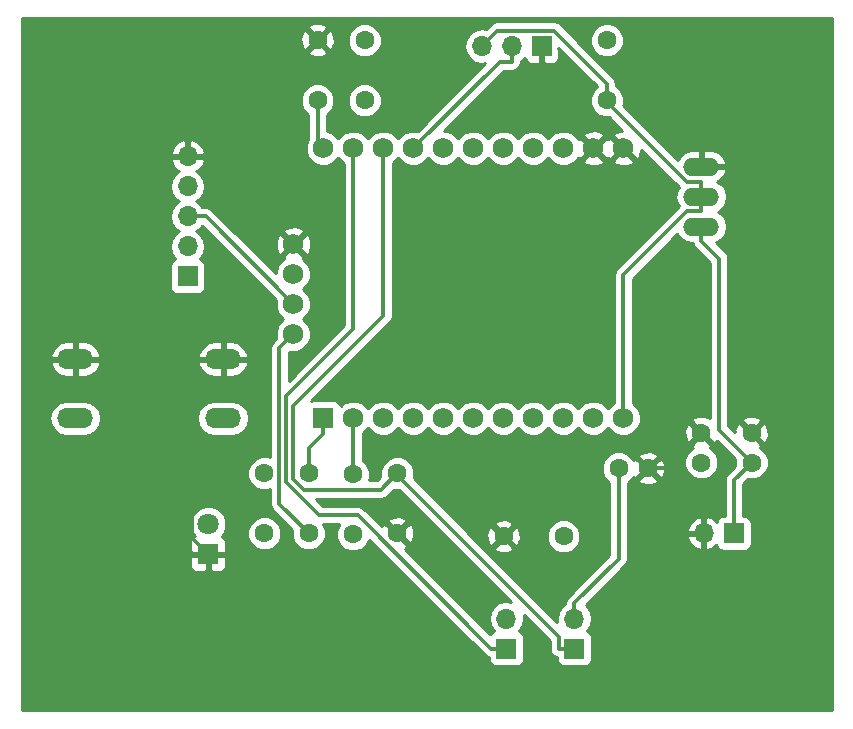
<source format=gbr>
G04 #@! TF.FileFunction,Copper,L2,Bot,Signal*
%FSLAX46Y46*%
G04 Gerber Fmt 4.6, Leading zero omitted, Abs format (unit mm)*
G04 Created by KiCad (PCBNEW 4.0.6) date Saturday, 24. June 2017 00:02:07*
%MOMM*%
%LPD*%
G01*
G04 APERTURE LIST*
%ADD10C,0.100000*%
%ADD11C,1.600000*%
%ADD12R,1.800000X1.800000*%
%ADD13C,1.800000*%
%ADD14R,1.700000X1.700000*%
%ADD15O,1.700000X1.700000*%
%ADD16O,3.048000X1.727200*%
%ADD17O,3.048000X1.524000*%
%ADD18R,1.727200X1.727200*%
%ADD19C,1.727200*%
%ADD20C,0.300000*%
%ADD21C,0.254000*%
G04 APERTURE END LIST*
D10*
D11*
X139745000Y-62575000D03*
X139745000Y-67655000D03*
X172495000Y-98325000D03*
X172495000Y-95825000D03*
X168245000Y-98325000D03*
X168245000Y-95825000D03*
X163745000Y-98825000D03*
X161245000Y-98825000D03*
D12*
X126495000Y-106075000D03*
D13*
X126495000Y-103535000D03*
D14*
X170995000Y-104325000D03*
D15*
X168455000Y-104325000D03*
D14*
X124745000Y-82575000D03*
D15*
X124745000Y-80035000D03*
X124745000Y-77495000D03*
X124745000Y-74955000D03*
X124745000Y-72415000D03*
D14*
X151745000Y-114075000D03*
D15*
X151745000Y-111535000D03*
D14*
X157495000Y-114075000D03*
D15*
X157495000Y-111535000D03*
D14*
X154745000Y-63075000D03*
D15*
X152205000Y-63075000D03*
X149665000Y-63075000D03*
D11*
X131245000Y-104325000D03*
X131245000Y-99245000D03*
X138745000Y-99325000D03*
X138745000Y-104405000D03*
X134995000Y-104325000D03*
X134995000Y-99245000D03*
X135745000Y-62575000D03*
X135745000Y-67655000D03*
X151495000Y-104575000D03*
X156575000Y-104575000D03*
X142495000Y-104325000D03*
X142495000Y-99245000D03*
X160245000Y-62575000D03*
X160245000Y-67655000D03*
D16*
X115245000Y-94575000D03*
X115245000Y-89575000D03*
X127745000Y-94575000D03*
X127745000Y-89575000D03*
D17*
X168245000Y-73285000D03*
X168245000Y-75825000D03*
X168245000Y-78365000D03*
D18*
X136245000Y-94575000D03*
D19*
X138785000Y-94575000D03*
X141325000Y-94575000D03*
X143865000Y-94575000D03*
X146405000Y-94575000D03*
X148945000Y-94575000D03*
X151485000Y-94575000D03*
X154025000Y-94575000D03*
X156565000Y-94575000D03*
X159105000Y-94575000D03*
X161645000Y-94575000D03*
X161645000Y-71715000D03*
X159105000Y-71715000D03*
X156565000Y-71715000D03*
X154025000Y-71715000D03*
X151485000Y-71715000D03*
X148945000Y-71715000D03*
X146405000Y-71715000D03*
X143865000Y-71715000D03*
X141325000Y-71715000D03*
X138785000Y-71715000D03*
X136245000Y-71715000D03*
X133705000Y-79843000D03*
X133705000Y-82383000D03*
X133705000Y-84923000D03*
X133705000Y-87463000D03*
D20*
X168245000Y-75825000D02*
X168245000Y-74612700D01*
X160245000Y-67825000D02*
X160245000Y-67655000D01*
X167032700Y-74612700D02*
X160245000Y-67825000D01*
X168245000Y-74612700D02*
X167032700Y-74612700D01*
X150982700Y-61757300D02*
X149665000Y-63075000D01*
X155765000Y-61757300D02*
X150982700Y-61757300D01*
X160245000Y-66237300D02*
X155765000Y-61757300D01*
X160245000Y-67655000D02*
X160245000Y-66237300D01*
X132504400Y-101834400D02*
X134995000Y-104325000D01*
X132504400Y-88663600D02*
X132504400Y-101834400D01*
X133705000Y-87463000D02*
X132504400Y-88663600D01*
X161245000Y-106484700D02*
X157495000Y-110234700D01*
X161245000Y-98825000D02*
X161245000Y-106484700D01*
X157495000Y-111535000D02*
X157495000Y-110234700D01*
X167032700Y-77037300D02*
X168245000Y-77037300D01*
X161645000Y-82425000D02*
X167032700Y-77037300D01*
X161645000Y-94575000D02*
X161645000Y-82425000D01*
X168245000Y-75825000D02*
X168245000Y-77037300D01*
X169755400Y-95585400D02*
X172495000Y-98325000D01*
X169755400Y-81087700D02*
X169755400Y-95585400D01*
X168245000Y-79577300D02*
X169755400Y-81087700D01*
X168245000Y-78365000D02*
X168245000Y-79577300D01*
X170995000Y-99825000D02*
X172495000Y-98325000D01*
X170995000Y-104325000D02*
X170995000Y-99825000D01*
X168455000Y-104325000D02*
X168455000Y-103024700D01*
X165745000Y-98825000D02*
X163745000Y-98825000D01*
X165745000Y-98325000D02*
X165745000Y-98825000D01*
X168245000Y-95825000D02*
X165745000Y-98325000D01*
X165745000Y-100314700D02*
X168455000Y-103024700D01*
X165745000Y-98825000D02*
X165745000Y-100314700D01*
X127745000Y-89575000D02*
X125770700Y-89575000D01*
X117881100Y-90236800D02*
X117219300Y-89575000D01*
X125108900Y-90236800D02*
X117881100Y-90236800D01*
X125108900Y-104688900D02*
X125108900Y-90236800D01*
X126495000Y-106075000D02*
X125108900Y-104688900D01*
X125108900Y-90236800D02*
X125770700Y-89575000D01*
X115245000Y-89575000D02*
X117219300Y-89575000D01*
X126277000Y-72043000D02*
X126277000Y-72415000D01*
X135745000Y-62575000D02*
X126277000Y-72043000D01*
X133705000Y-79843000D02*
X126277000Y-72415000D01*
X126277000Y-72415000D02*
X124745000Y-72415000D01*
X126277000Y-77495000D02*
X124745000Y-77495000D01*
X133705000Y-84923000D02*
X126277000Y-77495000D01*
X139148500Y-102778800D02*
X150444700Y-114075000D01*
X135888000Y-102778800D02*
X139148500Y-102778800D01*
X133104700Y-99995500D02*
X135888000Y-102778800D01*
X133104700Y-92700600D02*
X133104700Y-99995500D01*
X138785000Y-87020300D02*
X133104700Y-92700600D01*
X138785000Y-71715000D02*
X138785000Y-87020300D01*
X151745000Y-114075000D02*
X150444700Y-114075000D01*
X141123400Y-100616600D02*
X142416900Y-99323100D01*
X134574700Y-100616600D02*
X141123400Y-100616600D01*
X133705000Y-99746900D02*
X134574700Y-100616600D01*
X133705000Y-93505800D02*
X133705000Y-99746900D01*
X141325000Y-85885800D02*
X133705000Y-93505800D01*
X141325000Y-71715000D02*
X141325000Y-85885800D01*
X142416900Y-99323100D02*
X142495000Y-99245000D01*
X156194700Y-113100900D02*
X156194700Y-114075000D01*
X142416900Y-99323100D02*
X156194700Y-113100900D01*
X157495000Y-114075000D02*
X156194700Y-114075000D01*
X151204700Y-64375300D02*
X152205000Y-64375300D01*
X143865000Y-71715000D02*
X151204700Y-64375300D01*
X152205000Y-63075000D02*
X152205000Y-64375300D01*
X138785000Y-99285000D02*
X138745000Y-99325000D01*
X138785000Y-94575000D02*
X138785000Y-99285000D01*
X134995000Y-97138900D02*
X134995000Y-99245000D01*
X136245000Y-95888900D02*
X134995000Y-97138900D01*
X136245000Y-94575000D02*
X136245000Y-95888900D01*
X135745000Y-71215000D02*
X135745000Y-67655000D01*
X136245000Y-71715000D02*
X135745000Y-71215000D01*
D21*
G36*
X179290000Y-119290000D02*
X110710000Y-119290000D01*
X110710000Y-106360750D01*
X124960000Y-106360750D01*
X124960000Y-107101309D01*
X125056673Y-107334698D01*
X125235301Y-107513327D01*
X125468690Y-107610000D01*
X126209250Y-107610000D01*
X126368000Y-107451250D01*
X126368000Y-106202000D01*
X126622000Y-106202000D01*
X126622000Y-107451250D01*
X126780750Y-107610000D01*
X127521310Y-107610000D01*
X127754699Y-107513327D01*
X127933327Y-107334698D01*
X128030000Y-107101309D01*
X128030000Y-106360750D01*
X127871250Y-106202000D01*
X126622000Y-106202000D01*
X126368000Y-106202000D01*
X125118750Y-106202000D01*
X124960000Y-106360750D01*
X110710000Y-106360750D01*
X110710000Y-103838991D01*
X124959735Y-103838991D01*
X125192932Y-104403371D01*
X125370092Y-104580841D01*
X125235301Y-104636673D01*
X125056673Y-104815302D01*
X124960000Y-105048691D01*
X124960000Y-105789250D01*
X125118750Y-105948000D01*
X126368000Y-105948000D01*
X126368000Y-105928000D01*
X126622000Y-105928000D01*
X126622000Y-105948000D01*
X127871250Y-105948000D01*
X128030000Y-105789250D01*
X128030000Y-105048691D01*
X127933327Y-104815302D01*
X127754699Y-104636673D01*
X127688343Y-104609187D01*
X129809752Y-104609187D01*
X130027757Y-105136800D01*
X130431077Y-105540824D01*
X130958309Y-105759750D01*
X131529187Y-105760248D01*
X132056800Y-105542243D01*
X132460824Y-105138923D01*
X132679750Y-104611691D01*
X132680248Y-104040813D01*
X132462243Y-103513200D01*
X132058923Y-103109176D01*
X131531691Y-102890250D01*
X130960813Y-102889752D01*
X130433200Y-103107757D01*
X130029176Y-103511077D01*
X129810250Y-104038309D01*
X129809752Y-104609187D01*
X127688343Y-104609187D01*
X127620006Y-104580881D01*
X127795551Y-104405643D01*
X128029733Y-103841670D01*
X128030265Y-103231009D01*
X127797068Y-102666629D01*
X127365643Y-102234449D01*
X126801670Y-102000267D01*
X126191009Y-101999735D01*
X125626629Y-102232932D01*
X125194449Y-102664357D01*
X124960267Y-103228330D01*
X124959735Y-103838991D01*
X110710000Y-103838991D01*
X110710000Y-94575000D01*
X113043703Y-94575000D01*
X113157777Y-95148489D01*
X113482633Y-95634670D01*
X113968814Y-95959526D01*
X114542303Y-96073600D01*
X115947697Y-96073600D01*
X116521186Y-95959526D01*
X117007367Y-95634670D01*
X117332223Y-95148489D01*
X117446297Y-94575000D01*
X125543703Y-94575000D01*
X125657777Y-95148489D01*
X125982633Y-95634670D01*
X126468814Y-95959526D01*
X127042303Y-96073600D01*
X128447697Y-96073600D01*
X129021186Y-95959526D01*
X129507367Y-95634670D01*
X129832223Y-95148489D01*
X129946297Y-94575000D01*
X129832223Y-94001511D01*
X129507367Y-93515330D01*
X129021186Y-93190474D01*
X128447697Y-93076400D01*
X127042303Y-93076400D01*
X126468814Y-93190474D01*
X125982633Y-93515330D01*
X125657777Y-94001511D01*
X125543703Y-94575000D01*
X117446297Y-94575000D01*
X117332223Y-94001511D01*
X117007367Y-93515330D01*
X116521186Y-93190474D01*
X115947697Y-93076400D01*
X114542303Y-93076400D01*
X113968814Y-93190474D01*
X113482633Y-93515330D01*
X113157777Y-94001511D01*
X113043703Y-94575000D01*
X110710000Y-94575000D01*
X110710000Y-89934026D01*
X113129642Y-89934026D01*
X113151473Y-90031157D01*
X113435127Y-90544868D01*
X113893778Y-90910925D01*
X114457600Y-91073600D01*
X115118000Y-91073600D01*
X115118000Y-89702000D01*
X115372000Y-89702000D01*
X115372000Y-91073600D01*
X116032400Y-91073600D01*
X116596222Y-90910925D01*
X117054873Y-90544868D01*
X117338527Y-90031157D01*
X117360358Y-89934026D01*
X125629642Y-89934026D01*
X125651473Y-90031157D01*
X125935127Y-90544868D01*
X126393778Y-90910925D01*
X126957600Y-91073600D01*
X127618000Y-91073600D01*
X127618000Y-89702000D01*
X127872000Y-89702000D01*
X127872000Y-91073600D01*
X128532400Y-91073600D01*
X129096222Y-90910925D01*
X129554873Y-90544868D01*
X129838527Y-90031157D01*
X129860358Y-89934026D01*
X129739217Y-89702000D01*
X127872000Y-89702000D01*
X127618000Y-89702000D01*
X125750783Y-89702000D01*
X125629642Y-89934026D01*
X117360358Y-89934026D01*
X117239217Y-89702000D01*
X115372000Y-89702000D01*
X115118000Y-89702000D01*
X113250783Y-89702000D01*
X113129642Y-89934026D01*
X110710000Y-89934026D01*
X110710000Y-89215974D01*
X113129642Y-89215974D01*
X113250783Y-89448000D01*
X115118000Y-89448000D01*
X115118000Y-88076400D01*
X115372000Y-88076400D01*
X115372000Y-89448000D01*
X117239217Y-89448000D01*
X117360358Y-89215974D01*
X125629642Y-89215974D01*
X125750783Y-89448000D01*
X127618000Y-89448000D01*
X127618000Y-88076400D01*
X127872000Y-88076400D01*
X127872000Y-89448000D01*
X129739217Y-89448000D01*
X129860358Y-89215974D01*
X129838527Y-89118843D01*
X129554873Y-88605132D01*
X129096222Y-88239075D01*
X128532400Y-88076400D01*
X127872000Y-88076400D01*
X127618000Y-88076400D01*
X126957600Y-88076400D01*
X126393778Y-88239075D01*
X125935127Y-88605132D01*
X125651473Y-89118843D01*
X125629642Y-89215974D01*
X117360358Y-89215974D01*
X117338527Y-89118843D01*
X117054873Y-88605132D01*
X116596222Y-88239075D01*
X116032400Y-88076400D01*
X115372000Y-88076400D01*
X115118000Y-88076400D01*
X114457600Y-88076400D01*
X113893778Y-88239075D01*
X113435127Y-88605132D01*
X113151473Y-89118843D01*
X113129642Y-89215974D01*
X110710000Y-89215974D01*
X110710000Y-74955000D01*
X123230907Y-74955000D01*
X123343946Y-75523285D01*
X123665853Y-76005054D01*
X123995026Y-76225000D01*
X123665853Y-76444946D01*
X123343946Y-76926715D01*
X123230907Y-77495000D01*
X123343946Y-78063285D01*
X123665853Y-78545054D01*
X123995026Y-78765000D01*
X123665853Y-78984946D01*
X123343946Y-79466715D01*
X123230907Y-80035000D01*
X123343946Y-80603285D01*
X123665853Y-81085054D01*
X123707452Y-81112850D01*
X123659683Y-81121838D01*
X123443559Y-81260910D01*
X123298569Y-81473110D01*
X123247560Y-81725000D01*
X123247560Y-83425000D01*
X123291838Y-83660317D01*
X123430910Y-83876441D01*
X123643110Y-84021431D01*
X123895000Y-84072440D01*
X125595000Y-84072440D01*
X125830317Y-84028162D01*
X126046441Y-83889090D01*
X126191431Y-83676890D01*
X126242440Y-83425000D01*
X126242440Y-81725000D01*
X126198162Y-81489683D01*
X126059090Y-81273559D01*
X125846890Y-81128569D01*
X125779459Y-81114914D01*
X125824147Y-81085054D01*
X126146054Y-80603285D01*
X126259093Y-80035000D01*
X126146054Y-79466715D01*
X125824147Y-78984946D01*
X125494974Y-78765000D01*
X125824147Y-78545054D01*
X125981460Y-78309618D01*
X132232710Y-84560868D01*
X132206661Y-84623602D01*
X132206141Y-85219782D01*
X132433808Y-85770780D01*
X132855003Y-86192710D01*
X132855931Y-86193095D01*
X132435290Y-86613003D01*
X132206661Y-87163602D01*
X132206141Y-87759782D01*
X132233016Y-87824826D01*
X131949321Y-88108521D01*
X131779155Y-88363193D01*
X131779155Y-88363194D01*
X131719400Y-88663600D01*
X131719400Y-97888194D01*
X131531691Y-97810250D01*
X130960813Y-97809752D01*
X130433200Y-98027757D01*
X130029176Y-98431077D01*
X129810250Y-98958309D01*
X129809752Y-99529187D01*
X130027757Y-100056800D01*
X130431077Y-100460824D01*
X130958309Y-100679750D01*
X131529187Y-100680248D01*
X131719400Y-100601654D01*
X131719400Y-101834400D01*
X131779155Y-102134807D01*
X131949321Y-102389479D01*
X133571370Y-104011528D01*
X133560250Y-104038309D01*
X133559752Y-104609187D01*
X133777757Y-105136800D01*
X134181077Y-105540824D01*
X134708309Y-105759750D01*
X135279187Y-105760248D01*
X135806800Y-105542243D01*
X136210824Y-105138923D01*
X136429750Y-104611691D01*
X136430248Y-104040813D01*
X136233150Y-103563800D01*
X137556501Y-103563800D01*
X137529176Y-103591077D01*
X137310250Y-104118309D01*
X137309752Y-104689187D01*
X137527757Y-105216800D01*
X137931077Y-105620824D01*
X138458309Y-105839750D01*
X139029187Y-105840248D01*
X139556800Y-105622243D01*
X139960824Y-105218923D01*
X140112702Y-104853160D01*
X149889621Y-114630079D01*
X150144293Y-114800245D01*
X150247560Y-114820786D01*
X150247560Y-114925000D01*
X150291838Y-115160317D01*
X150430910Y-115376441D01*
X150643110Y-115521431D01*
X150895000Y-115572440D01*
X152595000Y-115572440D01*
X152830317Y-115528162D01*
X153046441Y-115389090D01*
X153191431Y-115176890D01*
X153242440Y-114925000D01*
X153242440Y-113225000D01*
X153198162Y-112989683D01*
X153059090Y-112773559D01*
X152846890Y-112628569D01*
X152779459Y-112614914D01*
X152824147Y-112585054D01*
X153146054Y-112103285D01*
X153259093Y-111535000D01*
X153194646Y-111211004D01*
X155409700Y-113426058D01*
X155409700Y-114075000D01*
X155469455Y-114375406D01*
X155639621Y-114630079D01*
X155894294Y-114800245D01*
X155997560Y-114820786D01*
X155997560Y-114925000D01*
X156041838Y-115160317D01*
X156180910Y-115376441D01*
X156393110Y-115521431D01*
X156645000Y-115572440D01*
X158345000Y-115572440D01*
X158580317Y-115528162D01*
X158796441Y-115389090D01*
X158941431Y-115176890D01*
X158992440Y-114925000D01*
X158992440Y-113225000D01*
X158948162Y-112989683D01*
X158809090Y-112773559D01*
X158596890Y-112628569D01*
X158529459Y-112614914D01*
X158574147Y-112585054D01*
X158896054Y-112103285D01*
X159009093Y-111535000D01*
X158896054Y-110966715D01*
X158574147Y-110484946D01*
X158442725Y-110397133D01*
X161800079Y-107039779D01*
X161970245Y-106785106D01*
X162030000Y-106484700D01*
X162030000Y-104681892D01*
X167013514Y-104681892D01*
X167259817Y-105206358D01*
X167688076Y-105596645D01*
X168098110Y-105766476D01*
X168328000Y-105645155D01*
X168328000Y-104452000D01*
X167134181Y-104452000D01*
X167013514Y-104681892D01*
X162030000Y-104681892D01*
X162030000Y-103968108D01*
X167013514Y-103968108D01*
X167134181Y-104198000D01*
X168328000Y-104198000D01*
X168328000Y-103004845D01*
X168098110Y-102883524D01*
X167688076Y-103053355D01*
X167259817Y-103443642D01*
X167013514Y-103968108D01*
X162030000Y-103968108D01*
X162030000Y-100053317D01*
X162056800Y-100042243D01*
X162266663Y-99832745D01*
X162916861Y-99832745D01*
X162990995Y-100078864D01*
X163528223Y-100271965D01*
X164098454Y-100244778D01*
X164499005Y-100078864D01*
X164573139Y-99832745D01*
X163745000Y-99004605D01*
X162916861Y-99832745D01*
X162266663Y-99832745D01*
X162460824Y-99638923D01*
X162488423Y-99572456D01*
X162491136Y-99579005D01*
X162737255Y-99653139D01*
X163565395Y-98825000D01*
X163924605Y-98825000D01*
X164752745Y-99653139D01*
X164998864Y-99579005D01*
X165191965Y-99041777D01*
X165171341Y-98609187D01*
X166809752Y-98609187D01*
X167027757Y-99136800D01*
X167431077Y-99540824D01*
X167958309Y-99759750D01*
X168529187Y-99760248D01*
X169056800Y-99542243D01*
X169460824Y-99138923D01*
X169679750Y-98611691D01*
X169680248Y-98040813D01*
X169462243Y-97513200D01*
X169058923Y-97109176D01*
X168992456Y-97081577D01*
X168999005Y-97078864D01*
X169073139Y-96832745D01*
X168245000Y-96004605D01*
X167416861Y-96832745D01*
X167490995Y-97078864D01*
X167497483Y-97081196D01*
X167433200Y-97107757D01*
X167029176Y-97511077D01*
X166810250Y-98038309D01*
X166809752Y-98609187D01*
X165171341Y-98609187D01*
X165164778Y-98471546D01*
X164998864Y-98070995D01*
X164752745Y-97996861D01*
X163924605Y-98825000D01*
X163565395Y-98825000D01*
X162737255Y-97996861D01*
X162491136Y-98070995D01*
X162488804Y-98077483D01*
X162462243Y-98013200D01*
X162266640Y-97817255D01*
X162916861Y-97817255D01*
X163745000Y-98645395D01*
X164573139Y-97817255D01*
X164499005Y-97571136D01*
X163961777Y-97378035D01*
X163391546Y-97405222D01*
X162990995Y-97571136D01*
X162916861Y-97817255D01*
X162266640Y-97817255D01*
X162058923Y-97609176D01*
X161531691Y-97390250D01*
X160960813Y-97389752D01*
X160433200Y-97607757D01*
X160029176Y-98011077D01*
X159810250Y-98538309D01*
X159809752Y-99109187D01*
X160027757Y-99636800D01*
X160431077Y-100040824D01*
X160460000Y-100052834D01*
X160460000Y-106159542D01*
X156939921Y-109679621D01*
X156769755Y-109934293D01*
X156769755Y-109934294D01*
X156710000Y-110234700D01*
X156710000Y-110288404D01*
X156415853Y-110484946D01*
X156093946Y-110966715D01*
X155980907Y-111535000D01*
X156040984Y-111837026D01*
X149786703Y-105582745D01*
X150666861Y-105582745D01*
X150740995Y-105828864D01*
X151278223Y-106021965D01*
X151848454Y-105994778D01*
X152249005Y-105828864D01*
X152323139Y-105582745D01*
X151495000Y-104754605D01*
X150666861Y-105582745D01*
X149786703Y-105582745D01*
X148562181Y-104358223D01*
X150048035Y-104358223D01*
X150075222Y-104928454D01*
X150241136Y-105329005D01*
X150487255Y-105403139D01*
X151315395Y-104575000D01*
X151674605Y-104575000D01*
X152502745Y-105403139D01*
X152748864Y-105329005D01*
X152917735Y-104859187D01*
X155139752Y-104859187D01*
X155357757Y-105386800D01*
X155761077Y-105790824D01*
X156288309Y-106009750D01*
X156859187Y-106010248D01*
X157386800Y-105792243D01*
X157790824Y-105388923D01*
X158009750Y-104861691D01*
X158010248Y-104290813D01*
X157792243Y-103763200D01*
X157388923Y-103359176D01*
X156861691Y-103140250D01*
X156290813Y-103139752D01*
X155763200Y-103357757D01*
X155359176Y-103761077D01*
X155140250Y-104288309D01*
X155139752Y-104859187D01*
X152917735Y-104859187D01*
X152941965Y-104791777D01*
X152914778Y-104221546D01*
X152748864Y-103820995D01*
X152502745Y-103746861D01*
X151674605Y-104575000D01*
X151315395Y-104575000D01*
X150487255Y-103746861D01*
X150241136Y-103820995D01*
X150048035Y-104358223D01*
X148562181Y-104358223D01*
X147771213Y-103567255D01*
X150666861Y-103567255D01*
X151495000Y-104395395D01*
X152323139Y-103567255D01*
X152249005Y-103321136D01*
X151711777Y-103128035D01*
X151141546Y-103155222D01*
X150740995Y-103321136D01*
X150666861Y-103567255D01*
X147771213Y-103567255D01*
X143872800Y-99668842D01*
X143929750Y-99531691D01*
X143930248Y-98960813D01*
X143712243Y-98433200D01*
X143308923Y-98029176D01*
X142781691Y-97810250D01*
X142210813Y-97809752D01*
X141683200Y-98027757D01*
X141279176Y-98431077D01*
X141060250Y-98958309D01*
X141059752Y-99529187D01*
X141071711Y-99558131D01*
X140798242Y-99831600D01*
X140088436Y-99831600D01*
X140179750Y-99611691D01*
X140180248Y-99040813D01*
X139962243Y-98513200D01*
X139570000Y-98120272D01*
X139570000Y-95872132D01*
X139632780Y-95846192D01*
X140054710Y-95424997D01*
X140055095Y-95424069D01*
X140475003Y-95844710D01*
X141025602Y-96073339D01*
X141621782Y-96073859D01*
X142172780Y-95846192D01*
X142594710Y-95424997D01*
X142595095Y-95424069D01*
X143015003Y-95844710D01*
X143565602Y-96073339D01*
X144161782Y-96073859D01*
X144712780Y-95846192D01*
X145134710Y-95424997D01*
X145135095Y-95424069D01*
X145555003Y-95844710D01*
X146105602Y-96073339D01*
X146701782Y-96073859D01*
X147252780Y-95846192D01*
X147674710Y-95424997D01*
X147675095Y-95424069D01*
X148095003Y-95844710D01*
X148645602Y-96073339D01*
X149241782Y-96073859D01*
X149792780Y-95846192D01*
X150214710Y-95424997D01*
X150215095Y-95424069D01*
X150635003Y-95844710D01*
X151185602Y-96073339D01*
X151781782Y-96073859D01*
X152332780Y-95846192D01*
X152754710Y-95424997D01*
X152755095Y-95424069D01*
X153175003Y-95844710D01*
X153725602Y-96073339D01*
X154321782Y-96073859D01*
X154872780Y-95846192D01*
X155294710Y-95424997D01*
X155295095Y-95424069D01*
X155715003Y-95844710D01*
X156265602Y-96073339D01*
X156861782Y-96073859D01*
X157412780Y-95846192D01*
X157834710Y-95424997D01*
X157835095Y-95424069D01*
X158255003Y-95844710D01*
X158805602Y-96073339D01*
X159401782Y-96073859D01*
X159952780Y-95846192D01*
X160374710Y-95424997D01*
X160375095Y-95424069D01*
X160795003Y-95844710D01*
X161345602Y-96073339D01*
X161941782Y-96073859D01*
X162492780Y-95846192D01*
X162731164Y-95608223D01*
X166798035Y-95608223D01*
X166825222Y-96178454D01*
X166991136Y-96579005D01*
X167237255Y-96653139D01*
X168065395Y-95825000D01*
X167237255Y-94996861D01*
X166991136Y-95070995D01*
X166798035Y-95608223D01*
X162731164Y-95608223D01*
X162914710Y-95424997D01*
X163143339Y-94874398D01*
X163143859Y-94278218D01*
X162916192Y-93727220D01*
X162494997Y-93305290D01*
X162430000Y-93278301D01*
X162430000Y-82750158D01*
X166202316Y-78977842D01*
X166452875Y-79352828D01*
X166906094Y-79655660D01*
X167440703Y-79762000D01*
X167496739Y-79762000D01*
X167519755Y-79877707D01*
X167689921Y-80132379D01*
X168970400Y-81412858D01*
X168970400Y-94560854D01*
X168461777Y-94378035D01*
X167891546Y-94405222D01*
X167490995Y-94571136D01*
X167416861Y-94817255D01*
X168245000Y-95645395D01*
X168259142Y-95631252D01*
X168438748Y-95810858D01*
X168424605Y-95825000D01*
X169252745Y-96653139D01*
X169498864Y-96579005D01*
X169535876Y-96476034D01*
X171071371Y-98011528D01*
X171060250Y-98038309D01*
X171059752Y-98609187D01*
X171071711Y-98638131D01*
X170439921Y-99269921D01*
X170269755Y-99524593D01*
X170235840Y-99695093D01*
X170210000Y-99825000D01*
X170210000Y-102827560D01*
X170145000Y-102827560D01*
X169909683Y-102871838D01*
X169693559Y-103010910D01*
X169548569Y-103223110D01*
X169526699Y-103331107D01*
X169221924Y-103053355D01*
X168811890Y-102883524D01*
X168582000Y-103004845D01*
X168582000Y-104198000D01*
X168602000Y-104198000D01*
X168602000Y-104452000D01*
X168582000Y-104452000D01*
X168582000Y-105645155D01*
X168811890Y-105766476D01*
X169221924Y-105596645D01*
X169524937Y-105320499D01*
X169541838Y-105410317D01*
X169680910Y-105626441D01*
X169893110Y-105771431D01*
X170145000Y-105822440D01*
X171845000Y-105822440D01*
X172080317Y-105778162D01*
X172296441Y-105639090D01*
X172441431Y-105426890D01*
X172492440Y-105175000D01*
X172492440Y-103475000D01*
X172448162Y-103239683D01*
X172309090Y-103023559D01*
X172096890Y-102878569D01*
X171845000Y-102827560D01*
X171780000Y-102827560D01*
X171780000Y-100150158D01*
X172181528Y-99748630D01*
X172208309Y-99759750D01*
X172779187Y-99760248D01*
X173306800Y-99542243D01*
X173710824Y-99138923D01*
X173929750Y-98611691D01*
X173930248Y-98040813D01*
X173712243Y-97513200D01*
X173308923Y-97109176D01*
X173242456Y-97081577D01*
X173249005Y-97078864D01*
X173323139Y-96832745D01*
X172495000Y-96004605D01*
X172480858Y-96018748D01*
X172301252Y-95839142D01*
X172315395Y-95825000D01*
X172674605Y-95825000D01*
X173502745Y-96653139D01*
X173748864Y-96579005D01*
X173941965Y-96041777D01*
X173914778Y-95471546D01*
X173748864Y-95070995D01*
X173502745Y-94996861D01*
X172674605Y-95825000D01*
X172315395Y-95825000D01*
X171487255Y-94996861D01*
X171241136Y-95070995D01*
X171048035Y-95608223D01*
X171056028Y-95775870D01*
X170540400Y-95260242D01*
X170540400Y-94817255D01*
X171666861Y-94817255D01*
X172495000Y-95645395D01*
X173323139Y-94817255D01*
X173249005Y-94571136D01*
X172711777Y-94378035D01*
X172141546Y-94405222D01*
X171740995Y-94571136D01*
X171666861Y-94817255D01*
X170540400Y-94817255D01*
X170540400Y-81087700D01*
X170480645Y-80787294D01*
X170480645Y-80787293D01*
X170310479Y-80532621D01*
X169458469Y-79680611D01*
X169583906Y-79655660D01*
X170037125Y-79352828D01*
X170339957Y-78899609D01*
X170446297Y-78365000D01*
X170339957Y-77830391D01*
X170037125Y-77377172D01*
X169614826Y-77095000D01*
X170037125Y-76812828D01*
X170339957Y-76359609D01*
X170446297Y-75825000D01*
X170339957Y-75290391D01*
X170037125Y-74837172D01*
X169599338Y-74544651D01*
X169658941Y-74527059D01*
X170084630Y-74183026D01*
X170346260Y-73702277D01*
X170361220Y-73628070D01*
X170238720Y-73412000D01*
X168372000Y-73412000D01*
X168372000Y-73432000D01*
X168118000Y-73432000D01*
X168118000Y-73412000D01*
X168098000Y-73412000D01*
X168098000Y-73158000D01*
X168118000Y-73158000D01*
X168118000Y-71888000D01*
X168372000Y-71888000D01*
X168372000Y-73158000D01*
X170238720Y-73158000D01*
X170361220Y-72941930D01*
X170346260Y-72867723D01*
X170084630Y-72386974D01*
X169658941Y-72042941D01*
X169134000Y-71888000D01*
X168372000Y-71888000D01*
X168118000Y-71888000D01*
X167356000Y-71888000D01*
X166831059Y-72042941D01*
X166405370Y-72386974D01*
X166233305Y-72703147D01*
X161618751Y-68088593D01*
X161679750Y-67941691D01*
X161680248Y-67370813D01*
X161462243Y-66843200D01*
X161058923Y-66439176D01*
X161030000Y-66427166D01*
X161030000Y-66237300D01*
X160970245Y-65936894D01*
X160800079Y-65682221D01*
X157977045Y-62859187D01*
X158809752Y-62859187D01*
X159027757Y-63386800D01*
X159431077Y-63790824D01*
X159958309Y-64009750D01*
X160529187Y-64010248D01*
X161056800Y-63792243D01*
X161460824Y-63388923D01*
X161679750Y-62861691D01*
X161680248Y-62290813D01*
X161462243Y-61763200D01*
X161058923Y-61359176D01*
X160531691Y-61140250D01*
X159960813Y-61139752D01*
X159433200Y-61357757D01*
X159029176Y-61761077D01*
X158810250Y-62288309D01*
X158809752Y-62859187D01*
X157977045Y-62859187D01*
X156320079Y-61202221D01*
X156065407Y-61032055D01*
X155765000Y-60972300D01*
X150982700Y-60972300D01*
X150682293Y-61032055D01*
X150427621Y-61202221D01*
X150001918Y-61627924D01*
X149665000Y-61560907D01*
X149096715Y-61673946D01*
X148614946Y-61995853D01*
X148293039Y-62477622D01*
X148180000Y-63045907D01*
X148180000Y-63104093D01*
X148293039Y-63672378D01*
X148614946Y-64154147D01*
X149096715Y-64476054D01*
X149665000Y-64589093D01*
X149934320Y-64535522D01*
X144227132Y-70242710D01*
X144164398Y-70216661D01*
X143568218Y-70216141D01*
X143017220Y-70443808D01*
X142595290Y-70865003D01*
X142594905Y-70865931D01*
X142174997Y-70445290D01*
X141624398Y-70216661D01*
X141028218Y-70216141D01*
X140477220Y-70443808D01*
X140055290Y-70865003D01*
X140054905Y-70865931D01*
X139634997Y-70445290D01*
X139084398Y-70216661D01*
X138488218Y-70216141D01*
X137937220Y-70443808D01*
X137515290Y-70865003D01*
X137514905Y-70865931D01*
X137094997Y-70445290D01*
X136544398Y-70216661D01*
X136530000Y-70216648D01*
X136530000Y-68883317D01*
X136556800Y-68872243D01*
X136960824Y-68468923D01*
X137179750Y-67941691D01*
X137179752Y-67939187D01*
X138309752Y-67939187D01*
X138527757Y-68466800D01*
X138931077Y-68870824D01*
X139458309Y-69089750D01*
X140029187Y-69090248D01*
X140556800Y-68872243D01*
X140960824Y-68468923D01*
X141179750Y-67941691D01*
X141180248Y-67370813D01*
X140962243Y-66843200D01*
X140558923Y-66439176D01*
X140031691Y-66220250D01*
X139460813Y-66219752D01*
X138933200Y-66437757D01*
X138529176Y-66841077D01*
X138310250Y-67368309D01*
X138309752Y-67939187D01*
X137179752Y-67939187D01*
X137180248Y-67370813D01*
X136962243Y-66843200D01*
X136558923Y-66439176D01*
X136031691Y-66220250D01*
X135460813Y-66219752D01*
X134933200Y-66437757D01*
X134529176Y-66841077D01*
X134310250Y-67368309D01*
X134309752Y-67939187D01*
X134527757Y-68466800D01*
X134931077Y-68870824D01*
X134960000Y-68882834D01*
X134960000Y-70901825D01*
X134746661Y-71415602D01*
X134746141Y-72011782D01*
X134973808Y-72562780D01*
X135395003Y-72984710D01*
X135945602Y-73213339D01*
X136541782Y-73213859D01*
X137092780Y-72986192D01*
X137514710Y-72564997D01*
X137515095Y-72564069D01*
X137935003Y-72984710D01*
X138000000Y-73011699D01*
X138000000Y-86695142D01*
X133289400Y-91405742D01*
X133289400Y-88988758D01*
X133342868Y-88935290D01*
X133405602Y-88961339D01*
X134001782Y-88961859D01*
X134552780Y-88734192D01*
X134974710Y-88312997D01*
X135203339Y-87762398D01*
X135203859Y-87166218D01*
X134976192Y-86615220D01*
X134554997Y-86193290D01*
X134554069Y-86192905D01*
X134974710Y-85772997D01*
X135203339Y-85222398D01*
X135203859Y-84626218D01*
X134976192Y-84075220D01*
X134554997Y-83653290D01*
X134554069Y-83652905D01*
X134974710Y-83232997D01*
X135203339Y-82682398D01*
X135203859Y-82086218D01*
X134976192Y-81535220D01*
X134554997Y-81113290D01*
X134514463Y-81096459D01*
X134579200Y-80896805D01*
X133705000Y-80022605D01*
X132830800Y-80896805D01*
X132895399Y-81096033D01*
X132857220Y-81111808D01*
X132435290Y-81533003D01*
X132206661Y-82083602D01*
X132206460Y-82314302D01*
X129503188Y-79611030D01*
X132194752Y-79611030D01*
X132220942Y-80206635D01*
X132398484Y-80635259D01*
X132651195Y-80717200D01*
X133525395Y-79843000D01*
X133884605Y-79843000D01*
X134758805Y-80717200D01*
X135011516Y-80635259D01*
X135215248Y-80074970D01*
X135189058Y-79479365D01*
X135011516Y-79050741D01*
X134758805Y-78968800D01*
X133884605Y-79843000D01*
X133525395Y-79843000D01*
X132651195Y-78968800D01*
X132398484Y-79050741D01*
X132194752Y-79611030D01*
X129503188Y-79611030D01*
X128681353Y-78789195D01*
X132830800Y-78789195D01*
X133705000Y-79663395D01*
X134579200Y-78789195D01*
X134497259Y-78536484D01*
X133936970Y-78332752D01*
X133341365Y-78358942D01*
X132912741Y-78536484D01*
X132830800Y-78789195D01*
X128681353Y-78789195D01*
X126832079Y-76939921D01*
X126577407Y-76769755D01*
X126277000Y-76710000D01*
X126001250Y-76710000D01*
X125824147Y-76444946D01*
X125494974Y-76225000D01*
X125824147Y-76005054D01*
X126146054Y-75523285D01*
X126259093Y-74955000D01*
X126146054Y-74386715D01*
X125824147Y-73904946D01*
X125483447Y-73677298D01*
X125626358Y-73610183D01*
X126016645Y-73181924D01*
X126186476Y-72771890D01*
X126065155Y-72542000D01*
X124872000Y-72542000D01*
X124872000Y-72562000D01*
X124618000Y-72562000D01*
X124618000Y-72542000D01*
X123424845Y-72542000D01*
X123303524Y-72771890D01*
X123473355Y-73181924D01*
X123863642Y-73610183D01*
X124006553Y-73677298D01*
X123665853Y-73904946D01*
X123343946Y-74386715D01*
X123230907Y-74955000D01*
X110710000Y-74955000D01*
X110710000Y-72058110D01*
X123303524Y-72058110D01*
X123424845Y-72288000D01*
X124618000Y-72288000D01*
X124618000Y-71094181D01*
X124872000Y-71094181D01*
X124872000Y-72288000D01*
X126065155Y-72288000D01*
X126186476Y-72058110D01*
X126016645Y-71648076D01*
X125626358Y-71219817D01*
X125101892Y-70973514D01*
X124872000Y-71094181D01*
X124618000Y-71094181D01*
X124388108Y-70973514D01*
X123863642Y-71219817D01*
X123473355Y-71648076D01*
X123303524Y-72058110D01*
X110710000Y-72058110D01*
X110710000Y-63582745D01*
X134916861Y-63582745D01*
X134990995Y-63828864D01*
X135528223Y-64021965D01*
X136098454Y-63994778D01*
X136499005Y-63828864D01*
X136573139Y-63582745D01*
X135745000Y-62754605D01*
X134916861Y-63582745D01*
X110710000Y-63582745D01*
X110710000Y-62358223D01*
X134298035Y-62358223D01*
X134325222Y-62928454D01*
X134491136Y-63329005D01*
X134737255Y-63403139D01*
X135565395Y-62575000D01*
X135924605Y-62575000D01*
X136752745Y-63403139D01*
X136998864Y-63329005D01*
X137167735Y-62859187D01*
X138309752Y-62859187D01*
X138527757Y-63386800D01*
X138931077Y-63790824D01*
X139458309Y-64009750D01*
X140029187Y-64010248D01*
X140556800Y-63792243D01*
X140960824Y-63388923D01*
X141179750Y-62861691D01*
X141180248Y-62290813D01*
X140962243Y-61763200D01*
X140558923Y-61359176D01*
X140031691Y-61140250D01*
X139460813Y-61139752D01*
X138933200Y-61357757D01*
X138529176Y-61761077D01*
X138310250Y-62288309D01*
X138309752Y-62859187D01*
X137167735Y-62859187D01*
X137191965Y-62791777D01*
X137164778Y-62221546D01*
X136998864Y-61820995D01*
X136752745Y-61746861D01*
X135924605Y-62575000D01*
X135565395Y-62575000D01*
X134737255Y-61746861D01*
X134491136Y-61820995D01*
X134298035Y-62358223D01*
X110710000Y-62358223D01*
X110710000Y-61567255D01*
X134916861Y-61567255D01*
X135745000Y-62395395D01*
X136573139Y-61567255D01*
X136499005Y-61321136D01*
X135961777Y-61128035D01*
X135391546Y-61155222D01*
X134990995Y-61321136D01*
X134916861Y-61567255D01*
X110710000Y-61567255D01*
X110710000Y-60710000D01*
X179290000Y-60710000D01*
X179290000Y-119290000D01*
X179290000Y-119290000D01*
G37*
X179290000Y-119290000D02*
X110710000Y-119290000D01*
X110710000Y-106360750D01*
X124960000Y-106360750D01*
X124960000Y-107101309D01*
X125056673Y-107334698D01*
X125235301Y-107513327D01*
X125468690Y-107610000D01*
X126209250Y-107610000D01*
X126368000Y-107451250D01*
X126368000Y-106202000D01*
X126622000Y-106202000D01*
X126622000Y-107451250D01*
X126780750Y-107610000D01*
X127521310Y-107610000D01*
X127754699Y-107513327D01*
X127933327Y-107334698D01*
X128030000Y-107101309D01*
X128030000Y-106360750D01*
X127871250Y-106202000D01*
X126622000Y-106202000D01*
X126368000Y-106202000D01*
X125118750Y-106202000D01*
X124960000Y-106360750D01*
X110710000Y-106360750D01*
X110710000Y-103838991D01*
X124959735Y-103838991D01*
X125192932Y-104403371D01*
X125370092Y-104580841D01*
X125235301Y-104636673D01*
X125056673Y-104815302D01*
X124960000Y-105048691D01*
X124960000Y-105789250D01*
X125118750Y-105948000D01*
X126368000Y-105948000D01*
X126368000Y-105928000D01*
X126622000Y-105928000D01*
X126622000Y-105948000D01*
X127871250Y-105948000D01*
X128030000Y-105789250D01*
X128030000Y-105048691D01*
X127933327Y-104815302D01*
X127754699Y-104636673D01*
X127688343Y-104609187D01*
X129809752Y-104609187D01*
X130027757Y-105136800D01*
X130431077Y-105540824D01*
X130958309Y-105759750D01*
X131529187Y-105760248D01*
X132056800Y-105542243D01*
X132460824Y-105138923D01*
X132679750Y-104611691D01*
X132680248Y-104040813D01*
X132462243Y-103513200D01*
X132058923Y-103109176D01*
X131531691Y-102890250D01*
X130960813Y-102889752D01*
X130433200Y-103107757D01*
X130029176Y-103511077D01*
X129810250Y-104038309D01*
X129809752Y-104609187D01*
X127688343Y-104609187D01*
X127620006Y-104580881D01*
X127795551Y-104405643D01*
X128029733Y-103841670D01*
X128030265Y-103231009D01*
X127797068Y-102666629D01*
X127365643Y-102234449D01*
X126801670Y-102000267D01*
X126191009Y-101999735D01*
X125626629Y-102232932D01*
X125194449Y-102664357D01*
X124960267Y-103228330D01*
X124959735Y-103838991D01*
X110710000Y-103838991D01*
X110710000Y-94575000D01*
X113043703Y-94575000D01*
X113157777Y-95148489D01*
X113482633Y-95634670D01*
X113968814Y-95959526D01*
X114542303Y-96073600D01*
X115947697Y-96073600D01*
X116521186Y-95959526D01*
X117007367Y-95634670D01*
X117332223Y-95148489D01*
X117446297Y-94575000D01*
X125543703Y-94575000D01*
X125657777Y-95148489D01*
X125982633Y-95634670D01*
X126468814Y-95959526D01*
X127042303Y-96073600D01*
X128447697Y-96073600D01*
X129021186Y-95959526D01*
X129507367Y-95634670D01*
X129832223Y-95148489D01*
X129946297Y-94575000D01*
X129832223Y-94001511D01*
X129507367Y-93515330D01*
X129021186Y-93190474D01*
X128447697Y-93076400D01*
X127042303Y-93076400D01*
X126468814Y-93190474D01*
X125982633Y-93515330D01*
X125657777Y-94001511D01*
X125543703Y-94575000D01*
X117446297Y-94575000D01*
X117332223Y-94001511D01*
X117007367Y-93515330D01*
X116521186Y-93190474D01*
X115947697Y-93076400D01*
X114542303Y-93076400D01*
X113968814Y-93190474D01*
X113482633Y-93515330D01*
X113157777Y-94001511D01*
X113043703Y-94575000D01*
X110710000Y-94575000D01*
X110710000Y-89934026D01*
X113129642Y-89934026D01*
X113151473Y-90031157D01*
X113435127Y-90544868D01*
X113893778Y-90910925D01*
X114457600Y-91073600D01*
X115118000Y-91073600D01*
X115118000Y-89702000D01*
X115372000Y-89702000D01*
X115372000Y-91073600D01*
X116032400Y-91073600D01*
X116596222Y-90910925D01*
X117054873Y-90544868D01*
X117338527Y-90031157D01*
X117360358Y-89934026D01*
X125629642Y-89934026D01*
X125651473Y-90031157D01*
X125935127Y-90544868D01*
X126393778Y-90910925D01*
X126957600Y-91073600D01*
X127618000Y-91073600D01*
X127618000Y-89702000D01*
X127872000Y-89702000D01*
X127872000Y-91073600D01*
X128532400Y-91073600D01*
X129096222Y-90910925D01*
X129554873Y-90544868D01*
X129838527Y-90031157D01*
X129860358Y-89934026D01*
X129739217Y-89702000D01*
X127872000Y-89702000D01*
X127618000Y-89702000D01*
X125750783Y-89702000D01*
X125629642Y-89934026D01*
X117360358Y-89934026D01*
X117239217Y-89702000D01*
X115372000Y-89702000D01*
X115118000Y-89702000D01*
X113250783Y-89702000D01*
X113129642Y-89934026D01*
X110710000Y-89934026D01*
X110710000Y-89215974D01*
X113129642Y-89215974D01*
X113250783Y-89448000D01*
X115118000Y-89448000D01*
X115118000Y-88076400D01*
X115372000Y-88076400D01*
X115372000Y-89448000D01*
X117239217Y-89448000D01*
X117360358Y-89215974D01*
X125629642Y-89215974D01*
X125750783Y-89448000D01*
X127618000Y-89448000D01*
X127618000Y-88076400D01*
X127872000Y-88076400D01*
X127872000Y-89448000D01*
X129739217Y-89448000D01*
X129860358Y-89215974D01*
X129838527Y-89118843D01*
X129554873Y-88605132D01*
X129096222Y-88239075D01*
X128532400Y-88076400D01*
X127872000Y-88076400D01*
X127618000Y-88076400D01*
X126957600Y-88076400D01*
X126393778Y-88239075D01*
X125935127Y-88605132D01*
X125651473Y-89118843D01*
X125629642Y-89215974D01*
X117360358Y-89215974D01*
X117338527Y-89118843D01*
X117054873Y-88605132D01*
X116596222Y-88239075D01*
X116032400Y-88076400D01*
X115372000Y-88076400D01*
X115118000Y-88076400D01*
X114457600Y-88076400D01*
X113893778Y-88239075D01*
X113435127Y-88605132D01*
X113151473Y-89118843D01*
X113129642Y-89215974D01*
X110710000Y-89215974D01*
X110710000Y-74955000D01*
X123230907Y-74955000D01*
X123343946Y-75523285D01*
X123665853Y-76005054D01*
X123995026Y-76225000D01*
X123665853Y-76444946D01*
X123343946Y-76926715D01*
X123230907Y-77495000D01*
X123343946Y-78063285D01*
X123665853Y-78545054D01*
X123995026Y-78765000D01*
X123665853Y-78984946D01*
X123343946Y-79466715D01*
X123230907Y-80035000D01*
X123343946Y-80603285D01*
X123665853Y-81085054D01*
X123707452Y-81112850D01*
X123659683Y-81121838D01*
X123443559Y-81260910D01*
X123298569Y-81473110D01*
X123247560Y-81725000D01*
X123247560Y-83425000D01*
X123291838Y-83660317D01*
X123430910Y-83876441D01*
X123643110Y-84021431D01*
X123895000Y-84072440D01*
X125595000Y-84072440D01*
X125830317Y-84028162D01*
X126046441Y-83889090D01*
X126191431Y-83676890D01*
X126242440Y-83425000D01*
X126242440Y-81725000D01*
X126198162Y-81489683D01*
X126059090Y-81273559D01*
X125846890Y-81128569D01*
X125779459Y-81114914D01*
X125824147Y-81085054D01*
X126146054Y-80603285D01*
X126259093Y-80035000D01*
X126146054Y-79466715D01*
X125824147Y-78984946D01*
X125494974Y-78765000D01*
X125824147Y-78545054D01*
X125981460Y-78309618D01*
X132232710Y-84560868D01*
X132206661Y-84623602D01*
X132206141Y-85219782D01*
X132433808Y-85770780D01*
X132855003Y-86192710D01*
X132855931Y-86193095D01*
X132435290Y-86613003D01*
X132206661Y-87163602D01*
X132206141Y-87759782D01*
X132233016Y-87824826D01*
X131949321Y-88108521D01*
X131779155Y-88363193D01*
X131779155Y-88363194D01*
X131719400Y-88663600D01*
X131719400Y-97888194D01*
X131531691Y-97810250D01*
X130960813Y-97809752D01*
X130433200Y-98027757D01*
X130029176Y-98431077D01*
X129810250Y-98958309D01*
X129809752Y-99529187D01*
X130027757Y-100056800D01*
X130431077Y-100460824D01*
X130958309Y-100679750D01*
X131529187Y-100680248D01*
X131719400Y-100601654D01*
X131719400Y-101834400D01*
X131779155Y-102134807D01*
X131949321Y-102389479D01*
X133571370Y-104011528D01*
X133560250Y-104038309D01*
X133559752Y-104609187D01*
X133777757Y-105136800D01*
X134181077Y-105540824D01*
X134708309Y-105759750D01*
X135279187Y-105760248D01*
X135806800Y-105542243D01*
X136210824Y-105138923D01*
X136429750Y-104611691D01*
X136430248Y-104040813D01*
X136233150Y-103563800D01*
X137556501Y-103563800D01*
X137529176Y-103591077D01*
X137310250Y-104118309D01*
X137309752Y-104689187D01*
X137527757Y-105216800D01*
X137931077Y-105620824D01*
X138458309Y-105839750D01*
X139029187Y-105840248D01*
X139556800Y-105622243D01*
X139960824Y-105218923D01*
X140112702Y-104853160D01*
X149889621Y-114630079D01*
X150144293Y-114800245D01*
X150247560Y-114820786D01*
X150247560Y-114925000D01*
X150291838Y-115160317D01*
X150430910Y-115376441D01*
X150643110Y-115521431D01*
X150895000Y-115572440D01*
X152595000Y-115572440D01*
X152830317Y-115528162D01*
X153046441Y-115389090D01*
X153191431Y-115176890D01*
X153242440Y-114925000D01*
X153242440Y-113225000D01*
X153198162Y-112989683D01*
X153059090Y-112773559D01*
X152846890Y-112628569D01*
X152779459Y-112614914D01*
X152824147Y-112585054D01*
X153146054Y-112103285D01*
X153259093Y-111535000D01*
X153194646Y-111211004D01*
X155409700Y-113426058D01*
X155409700Y-114075000D01*
X155469455Y-114375406D01*
X155639621Y-114630079D01*
X155894294Y-114800245D01*
X155997560Y-114820786D01*
X155997560Y-114925000D01*
X156041838Y-115160317D01*
X156180910Y-115376441D01*
X156393110Y-115521431D01*
X156645000Y-115572440D01*
X158345000Y-115572440D01*
X158580317Y-115528162D01*
X158796441Y-115389090D01*
X158941431Y-115176890D01*
X158992440Y-114925000D01*
X158992440Y-113225000D01*
X158948162Y-112989683D01*
X158809090Y-112773559D01*
X158596890Y-112628569D01*
X158529459Y-112614914D01*
X158574147Y-112585054D01*
X158896054Y-112103285D01*
X159009093Y-111535000D01*
X158896054Y-110966715D01*
X158574147Y-110484946D01*
X158442725Y-110397133D01*
X161800079Y-107039779D01*
X161970245Y-106785106D01*
X162030000Y-106484700D01*
X162030000Y-104681892D01*
X167013514Y-104681892D01*
X167259817Y-105206358D01*
X167688076Y-105596645D01*
X168098110Y-105766476D01*
X168328000Y-105645155D01*
X168328000Y-104452000D01*
X167134181Y-104452000D01*
X167013514Y-104681892D01*
X162030000Y-104681892D01*
X162030000Y-103968108D01*
X167013514Y-103968108D01*
X167134181Y-104198000D01*
X168328000Y-104198000D01*
X168328000Y-103004845D01*
X168098110Y-102883524D01*
X167688076Y-103053355D01*
X167259817Y-103443642D01*
X167013514Y-103968108D01*
X162030000Y-103968108D01*
X162030000Y-100053317D01*
X162056800Y-100042243D01*
X162266663Y-99832745D01*
X162916861Y-99832745D01*
X162990995Y-100078864D01*
X163528223Y-100271965D01*
X164098454Y-100244778D01*
X164499005Y-100078864D01*
X164573139Y-99832745D01*
X163745000Y-99004605D01*
X162916861Y-99832745D01*
X162266663Y-99832745D01*
X162460824Y-99638923D01*
X162488423Y-99572456D01*
X162491136Y-99579005D01*
X162737255Y-99653139D01*
X163565395Y-98825000D01*
X163924605Y-98825000D01*
X164752745Y-99653139D01*
X164998864Y-99579005D01*
X165191965Y-99041777D01*
X165171341Y-98609187D01*
X166809752Y-98609187D01*
X167027757Y-99136800D01*
X167431077Y-99540824D01*
X167958309Y-99759750D01*
X168529187Y-99760248D01*
X169056800Y-99542243D01*
X169460824Y-99138923D01*
X169679750Y-98611691D01*
X169680248Y-98040813D01*
X169462243Y-97513200D01*
X169058923Y-97109176D01*
X168992456Y-97081577D01*
X168999005Y-97078864D01*
X169073139Y-96832745D01*
X168245000Y-96004605D01*
X167416861Y-96832745D01*
X167490995Y-97078864D01*
X167497483Y-97081196D01*
X167433200Y-97107757D01*
X167029176Y-97511077D01*
X166810250Y-98038309D01*
X166809752Y-98609187D01*
X165171341Y-98609187D01*
X165164778Y-98471546D01*
X164998864Y-98070995D01*
X164752745Y-97996861D01*
X163924605Y-98825000D01*
X163565395Y-98825000D01*
X162737255Y-97996861D01*
X162491136Y-98070995D01*
X162488804Y-98077483D01*
X162462243Y-98013200D01*
X162266640Y-97817255D01*
X162916861Y-97817255D01*
X163745000Y-98645395D01*
X164573139Y-97817255D01*
X164499005Y-97571136D01*
X163961777Y-97378035D01*
X163391546Y-97405222D01*
X162990995Y-97571136D01*
X162916861Y-97817255D01*
X162266640Y-97817255D01*
X162058923Y-97609176D01*
X161531691Y-97390250D01*
X160960813Y-97389752D01*
X160433200Y-97607757D01*
X160029176Y-98011077D01*
X159810250Y-98538309D01*
X159809752Y-99109187D01*
X160027757Y-99636800D01*
X160431077Y-100040824D01*
X160460000Y-100052834D01*
X160460000Y-106159542D01*
X156939921Y-109679621D01*
X156769755Y-109934293D01*
X156769755Y-109934294D01*
X156710000Y-110234700D01*
X156710000Y-110288404D01*
X156415853Y-110484946D01*
X156093946Y-110966715D01*
X155980907Y-111535000D01*
X156040984Y-111837026D01*
X149786703Y-105582745D01*
X150666861Y-105582745D01*
X150740995Y-105828864D01*
X151278223Y-106021965D01*
X151848454Y-105994778D01*
X152249005Y-105828864D01*
X152323139Y-105582745D01*
X151495000Y-104754605D01*
X150666861Y-105582745D01*
X149786703Y-105582745D01*
X148562181Y-104358223D01*
X150048035Y-104358223D01*
X150075222Y-104928454D01*
X150241136Y-105329005D01*
X150487255Y-105403139D01*
X151315395Y-104575000D01*
X151674605Y-104575000D01*
X152502745Y-105403139D01*
X152748864Y-105329005D01*
X152917735Y-104859187D01*
X155139752Y-104859187D01*
X155357757Y-105386800D01*
X155761077Y-105790824D01*
X156288309Y-106009750D01*
X156859187Y-106010248D01*
X157386800Y-105792243D01*
X157790824Y-105388923D01*
X158009750Y-104861691D01*
X158010248Y-104290813D01*
X157792243Y-103763200D01*
X157388923Y-103359176D01*
X156861691Y-103140250D01*
X156290813Y-103139752D01*
X155763200Y-103357757D01*
X155359176Y-103761077D01*
X155140250Y-104288309D01*
X155139752Y-104859187D01*
X152917735Y-104859187D01*
X152941965Y-104791777D01*
X152914778Y-104221546D01*
X152748864Y-103820995D01*
X152502745Y-103746861D01*
X151674605Y-104575000D01*
X151315395Y-104575000D01*
X150487255Y-103746861D01*
X150241136Y-103820995D01*
X150048035Y-104358223D01*
X148562181Y-104358223D01*
X147771213Y-103567255D01*
X150666861Y-103567255D01*
X151495000Y-104395395D01*
X152323139Y-103567255D01*
X152249005Y-103321136D01*
X151711777Y-103128035D01*
X151141546Y-103155222D01*
X150740995Y-103321136D01*
X150666861Y-103567255D01*
X147771213Y-103567255D01*
X143872800Y-99668842D01*
X143929750Y-99531691D01*
X143930248Y-98960813D01*
X143712243Y-98433200D01*
X143308923Y-98029176D01*
X142781691Y-97810250D01*
X142210813Y-97809752D01*
X141683200Y-98027757D01*
X141279176Y-98431077D01*
X141060250Y-98958309D01*
X141059752Y-99529187D01*
X141071711Y-99558131D01*
X140798242Y-99831600D01*
X140088436Y-99831600D01*
X140179750Y-99611691D01*
X140180248Y-99040813D01*
X139962243Y-98513200D01*
X139570000Y-98120272D01*
X139570000Y-95872132D01*
X139632780Y-95846192D01*
X140054710Y-95424997D01*
X140055095Y-95424069D01*
X140475003Y-95844710D01*
X141025602Y-96073339D01*
X141621782Y-96073859D01*
X142172780Y-95846192D01*
X142594710Y-95424997D01*
X142595095Y-95424069D01*
X143015003Y-95844710D01*
X143565602Y-96073339D01*
X144161782Y-96073859D01*
X144712780Y-95846192D01*
X145134710Y-95424997D01*
X145135095Y-95424069D01*
X145555003Y-95844710D01*
X146105602Y-96073339D01*
X146701782Y-96073859D01*
X147252780Y-95846192D01*
X147674710Y-95424997D01*
X147675095Y-95424069D01*
X148095003Y-95844710D01*
X148645602Y-96073339D01*
X149241782Y-96073859D01*
X149792780Y-95846192D01*
X150214710Y-95424997D01*
X150215095Y-95424069D01*
X150635003Y-95844710D01*
X151185602Y-96073339D01*
X151781782Y-96073859D01*
X152332780Y-95846192D01*
X152754710Y-95424997D01*
X152755095Y-95424069D01*
X153175003Y-95844710D01*
X153725602Y-96073339D01*
X154321782Y-96073859D01*
X154872780Y-95846192D01*
X155294710Y-95424997D01*
X155295095Y-95424069D01*
X155715003Y-95844710D01*
X156265602Y-96073339D01*
X156861782Y-96073859D01*
X157412780Y-95846192D01*
X157834710Y-95424997D01*
X157835095Y-95424069D01*
X158255003Y-95844710D01*
X158805602Y-96073339D01*
X159401782Y-96073859D01*
X159952780Y-95846192D01*
X160374710Y-95424997D01*
X160375095Y-95424069D01*
X160795003Y-95844710D01*
X161345602Y-96073339D01*
X161941782Y-96073859D01*
X162492780Y-95846192D01*
X162731164Y-95608223D01*
X166798035Y-95608223D01*
X166825222Y-96178454D01*
X166991136Y-96579005D01*
X167237255Y-96653139D01*
X168065395Y-95825000D01*
X167237255Y-94996861D01*
X166991136Y-95070995D01*
X166798035Y-95608223D01*
X162731164Y-95608223D01*
X162914710Y-95424997D01*
X163143339Y-94874398D01*
X163143859Y-94278218D01*
X162916192Y-93727220D01*
X162494997Y-93305290D01*
X162430000Y-93278301D01*
X162430000Y-82750158D01*
X166202316Y-78977842D01*
X166452875Y-79352828D01*
X166906094Y-79655660D01*
X167440703Y-79762000D01*
X167496739Y-79762000D01*
X167519755Y-79877707D01*
X167689921Y-80132379D01*
X168970400Y-81412858D01*
X168970400Y-94560854D01*
X168461777Y-94378035D01*
X167891546Y-94405222D01*
X167490995Y-94571136D01*
X167416861Y-94817255D01*
X168245000Y-95645395D01*
X168259142Y-95631252D01*
X168438748Y-95810858D01*
X168424605Y-95825000D01*
X169252745Y-96653139D01*
X169498864Y-96579005D01*
X169535876Y-96476034D01*
X171071371Y-98011528D01*
X171060250Y-98038309D01*
X171059752Y-98609187D01*
X171071711Y-98638131D01*
X170439921Y-99269921D01*
X170269755Y-99524593D01*
X170235840Y-99695093D01*
X170210000Y-99825000D01*
X170210000Y-102827560D01*
X170145000Y-102827560D01*
X169909683Y-102871838D01*
X169693559Y-103010910D01*
X169548569Y-103223110D01*
X169526699Y-103331107D01*
X169221924Y-103053355D01*
X168811890Y-102883524D01*
X168582000Y-103004845D01*
X168582000Y-104198000D01*
X168602000Y-104198000D01*
X168602000Y-104452000D01*
X168582000Y-104452000D01*
X168582000Y-105645155D01*
X168811890Y-105766476D01*
X169221924Y-105596645D01*
X169524937Y-105320499D01*
X169541838Y-105410317D01*
X169680910Y-105626441D01*
X169893110Y-105771431D01*
X170145000Y-105822440D01*
X171845000Y-105822440D01*
X172080317Y-105778162D01*
X172296441Y-105639090D01*
X172441431Y-105426890D01*
X172492440Y-105175000D01*
X172492440Y-103475000D01*
X172448162Y-103239683D01*
X172309090Y-103023559D01*
X172096890Y-102878569D01*
X171845000Y-102827560D01*
X171780000Y-102827560D01*
X171780000Y-100150158D01*
X172181528Y-99748630D01*
X172208309Y-99759750D01*
X172779187Y-99760248D01*
X173306800Y-99542243D01*
X173710824Y-99138923D01*
X173929750Y-98611691D01*
X173930248Y-98040813D01*
X173712243Y-97513200D01*
X173308923Y-97109176D01*
X173242456Y-97081577D01*
X173249005Y-97078864D01*
X173323139Y-96832745D01*
X172495000Y-96004605D01*
X172480858Y-96018748D01*
X172301252Y-95839142D01*
X172315395Y-95825000D01*
X172674605Y-95825000D01*
X173502745Y-96653139D01*
X173748864Y-96579005D01*
X173941965Y-96041777D01*
X173914778Y-95471546D01*
X173748864Y-95070995D01*
X173502745Y-94996861D01*
X172674605Y-95825000D01*
X172315395Y-95825000D01*
X171487255Y-94996861D01*
X171241136Y-95070995D01*
X171048035Y-95608223D01*
X171056028Y-95775870D01*
X170540400Y-95260242D01*
X170540400Y-94817255D01*
X171666861Y-94817255D01*
X172495000Y-95645395D01*
X173323139Y-94817255D01*
X173249005Y-94571136D01*
X172711777Y-94378035D01*
X172141546Y-94405222D01*
X171740995Y-94571136D01*
X171666861Y-94817255D01*
X170540400Y-94817255D01*
X170540400Y-81087700D01*
X170480645Y-80787294D01*
X170480645Y-80787293D01*
X170310479Y-80532621D01*
X169458469Y-79680611D01*
X169583906Y-79655660D01*
X170037125Y-79352828D01*
X170339957Y-78899609D01*
X170446297Y-78365000D01*
X170339957Y-77830391D01*
X170037125Y-77377172D01*
X169614826Y-77095000D01*
X170037125Y-76812828D01*
X170339957Y-76359609D01*
X170446297Y-75825000D01*
X170339957Y-75290391D01*
X170037125Y-74837172D01*
X169599338Y-74544651D01*
X169658941Y-74527059D01*
X170084630Y-74183026D01*
X170346260Y-73702277D01*
X170361220Y-73628070D01*
X170238720Y-73412000D01*
X168372000Y-73412000D01*
X168372000Y-73432000D01*
X168118000Y-73432000D01*
X168118000Y-73412000D01*
X168098000Y-73412000D01*
X168098000Y-73158000D01*
X168118000Y-73158000D01*
X168118000Y-71888000D01*
X168372000Y-71888000D01*
X168372000Y-73158000D01*
X170238720Y-73158000D01*
X170361220Y-72941930D01*
X170346260Y-72867723D01*
X170084630Y-72386974D01*
X169658941Y-72042941D01*
X169134000Y-71888000D01*
X168372000Y-71888000D01*
X168118000Y-71888000D01*
X167356000Y-71888000D01*
X166831059Y-72042941D01*
X166405370Y-72386974D01*
X166233305Y-72703147D01*
X161618751Y-68088593D01*
X161679750Y-67941691D01*
X161680248Y-67370813D01*
X161462243Y-66843200D01*
X161058923Y-66439176D01*
X161030000Y-66427166D01*
X161030000Y-66237300D01*
X160970245Y-65936894D01*
X160800079Y-65682221D01*
X157977045Y-62859187D01*
X158809752Y-62859187D01*
X159027757Y-63386800D01*
X159431077Y-63790824D01*
X159958309Y-64009750D01*
X160529187Y-64010248D01*
X161056800Y-63792243D01*
X161460824Y-63388923D01*
X161679750Y-62861691D01*
X161680248Y-62290813D01*
X161462243Y-61763200D01*
X161058923Y-61359176D01*
X160531691Y-61140250D01*
X159960813Y-61139752D01*
X159433200Y-61357757D01*
X159029176Y-61761077D01*
X158810250Y-62288309D01*
X158809752Y-62859187D01*
X157977045Y-62859187D01*
X156320079Y-61202221D01*
X156065407Y-61032055D01*
X155765000Y-60972300D01*
X150982700Y-60972300D01*
X150682293Y-61032055D01*
X150427621Y-61202221D01*
X150001918Y-61627924D01*
X149665000Y-61560907D01*
X149096715Y-61673946D01*
X148614946Y-61995853D01*
X148293039Y-62477622D01*
X148180000Y-63045907D01*
X148180000Y-63104093D01*
X148293039Y-63672378D01*
X148614946Y-64154147D01*
X149096715Y-64476054D01*
X149665000Y-64589093D01*
X149934320Y-64535522D01*
X144227132Y-70242710D01*
X144164398Y-70216661D01*
X143568218Y-70216141D01*
X143017220Y-70443808D01*
X142595290Y-70865003D01*
X142594905Y-70865931D01*
X142174997Y-70445290D01*
X141624398Y-70216661D01*
X141028218Y-70216141D01*
X140477220Y-70443808D01*
X140055290Y-70865003D01*
X140054905Y-70865931D01*
X139634997Y-70445290D01*
X139084398Y-70216661D01*
X138488218Y-70216141D01*
X137937220Y-70443808D01*
X137515290Y-70865003D01*
X137514905Y-70865931D01*
X137094997Y-70445290D01*
X136544398Y-70216661D01*
X136530000Y-70216648D01*
X136530000Y-68883317D01*
X136556800Y-68872243D01*
X136960824Y-68468923D01*
X137179750Y-67941691D01*
X137179752Y-67939187D01*
X138309752Y-67939187D01*
X138527757Y-68466800D01*
X138931077Y-68870824D01*
X139458309Y-69089750D01*
X140029187Y-69090248D01*
X140556800Y-68872243D01*
X140960824Y-68468923D01*
X141179750Y-67941691D01*
X141180248Y-67370813D01*
X140962243Y-66843200D01*
X140558923Y-66439176D01*
X140031691Y-66220250D01*
X139460813Y-66219752D01*
X138933200Y-66437757D01*
X138529176Y-66841077D01*
X138310250Y-67368309D01*
X138309752Y-67939187D01*
X137179752Y-67939187D01*
X137180248Y-67370813D01*
X136962243Y-66843200D01*
X136558923Y-66439176D01*
X136031691Y-66220250D01*
X135460813Y-66219752D01*
X134933200Y-66437757D01*
X134529176Y-66841077D01*
X134310250Y-67368309D01*
X134309752Y-67939187D01*
X134527757Y-68466800D01*
X134931077Y-68870824D01*
X134960000Y-68882834D01*
X134960000Y-70901825D01*
X134746661Y-71415602D01*
X134746141Y-72011782D01*
X134973808Y-72562780D01*
X135395003Y-72984710D01*
X135945602Y-73213339D01*
X136541782Y-73213859D01*
X137092780Y-72986192D01*
X137514710Y-72564997D01*
X137515095Y-72564069D01*
X137935003Y-72984710D01*
X138000000Y-73011699D01*
X138000000Y-86695142D01*
X133289400Y-91405742D01*
X133289400Y-88988758D01*
X133342868Y-88935290D01*
X133405602Y-88961339D01*
X134001782Y-88961859D01*
X134552780Y-88734192D01*
X134974710Y-88312997D01*
X135203339Y-87762398D01*
X135203859Y-87166218D01*
X134976192Y-86615220D01*
X134554997Y-86193290D01*
X134554069Y-86192905D01*
X134974710Y-85772997D01*
X135203339Y-85222398D01*
X135203859Y-84626218D01*
X134976192Y-84075220D01*
X134554997Y-83653290D01*
X134554069Y-83652905D01*
X134974710Y-83232997D01*
X135203339Y-82682398D01*
X135203859Y-82086218D01*
X134976192Y-81535220D01*
X134554997Y-81113290D01*
X134514463Y-81096459D01*
X134579200Y-80896805D01*
X133705000Y-80022605D01*
X132830800Y-80896805D01*
X132895399Y-81096033D01*
X132857220Y-81111808D01*
X132435290Y-81533003D01*
X132206661Y-82083602D01*
X132206460Y-82314302D01*
X129503188Y-79611030D01*
X132194752Y-79611030D01*
X132220942Y-80206635D01*
X132398484Y-80635259D01*
X132651195Y-80717200D01*
X133525395Y-79843000D01*
X133884605Y-79843000D01*
X134758805Y-80717200D01*
X135011516Y-80635259D01*
X135215248Y-80074970D01*
X135189058Y-79479365D01*
X135011516Y-79050741D01*
X134758805Y-78968800D01*
X133884605Y-79843000D01*
X133525395Y-79843000D01*
X132651195Y-78968800D01*
X132398484Y-79050741D01*
X132194752Y-79611030D01*
X129503188Y-79611030D01*
X128681353Y-78789195D01*
X132830800Y-78789195D01*
X133705000Y-79663395D01*
X134579200Y-78789195D01*
X134497259Y-78536484D01*
X133936970Y-78332752D01*
X133341365Y-78358942D01*
X132912741Y-78536484D01*
X132830800Y-78789195D01*
X128681353Y-78789195D01*
X126832079Y-76939921D01*
X126577407Y-76769755D01*
X126277000Y-76710000D01*
X126001250Y-76710000D01*
X125824147Y-76444946D01*
X125494974Y-76225000D01*
X125824147Y-76005054D01*
X126146054Y-75523285D01*
X126259093Y-74955000D01*
X126146054Y-74386715D01*
X125824147Y-73904946D01*
X125483447Y-73677298D01*
X125626358Y-73610183D01*
X126016645Y-73181924D01*
X126186476Y-72771890D01*
X126065155Y-72542000D01*
X124872000Y-72542000D01*
X124872000Y-72562000D01*
X124618000Y-72562000D01*
X124618000Y-72542000D01*
X123424845Y-72542000D01*
X123303524Y-72771890D01*
X123473355Y-73181924D01*
X123863642Y-73610183D01*
X124006553Y-73677298D01*
X123665853Y-73904946D01*
X123343946Y-74386715D01*
X123230907Y-74955000D01*
X110710000Y-74955000D01*
X110710000Y-72058110D01*
X123303524Y-72058110D01*
X123424845Y-72288000D01*
X124618000Y-72288000D01*
X124618000Y-71094181D01*
X124872000Y-71094181D01*
X124872000Y-72288000D01*
X126065155Y-72288000D01*
X126186476Y-72058110D01*
X126016645Y-71648076D01*
X125626358Y-71219817D01*
X125101892Y-70973514D01*
X124872000Y-71094181D01*
X124618000Y-71094181D01*
X124388108Y-70973514D01*
X123863642Y-71219817D01*
X123473355Y-71648076D01*
X123303524Y-72058110D01*
X110710000Y-72058110D01*
X110710000Y-63582745D01*
X134916861Y-63582745D01*
X134990995Y-63828864D01*
X135528223Y-64021965D01*
X136098454Y-63994778D01*
X136499005Y-63828864D01*
X136573139Y-63582745D01*
X135745000Y-62754605D01*
X134916861Y-63582745D01*
X110710000Y-63582745D01*
X110710000Y-62358223D01*
X134298035Y-62358223D01*
X134325222Y-62928454D01*
X134491136Y-63329005D01*
X134737255Y-63403139D01*
X135565395Y-62575000D01*
X135924605Y-62575000D01*
X136752745Y-63403139D01*
X136998864Y-63329005D01*
X137167735Y-62859187D01*
X138309752Y-62859187D01*
X138527757Y-63386800D01*
X138931077Y-63790824D01*
X139458309Y-64009750D01*
X140029187Y-64010248D01*
X140556800Y-63792243D01*
X140960824Y-63388923D01*
X141179750Y-62861691D01*
X141180248Y-62290813D01*
X140962243Y-61763200D01*
X140558923Y-61359176D01*
X140031691Y-61140250D01*
X139460813Y-61139752D01*
X138933200Y-61357757D01*
X138529176Y-61761077D01*
X138310250Y-62288309D01*
X138309752Y-62859187D01*
X137167735Y-62859187D01*
X137191965Y-62791777D01*
X137164778Y-62221546D01*
X136998864Y-61820995D01*
X136752745Y-61746861D01*
X135924605Y-62575000D01*
X135565395Y-62575000D01*
X134737255Y-61746861D01*
X134491136Y-61820995D01*
X134298035Y-62358223D01*
X110710000Y-62358223D01*
X110710000Y-61567255D01*
X134916861Y-61567255D01*
X135745000Y-62395395D01*
X136573139Y-61567255D01*
X136499005Y-61321136D01*
X135961777Y-61128035D01*
X135391546Y-61155222D01*
X134990995Y-61321136D01*
X134916861Y-61567255D01*
X110710000Y-61567255D01*
X110710000Y-60710000D01*
X179290000Y-60710000D01*
X179290000Y-119290000D01*
G36*
X142208309Y-100679750D02*
X142663789Y-100680147D01*
X152098089Y-110114447D01*
X151774093Y-110050000D01*
X151715907Y-110050000D01*
X151147622Y-110163039D01*
X150665853Y-110484946D01*
X150343946Y-110966715D01*
X150230907Y-111535000D01*
X150343946Y-112103285D01*
X150665853Y-112585054D01*
X150707452Y-112612850D01*
X150659683Y-112621838D01*
X150443559Y-112760910D01*
X150361242Y-112881384D01*
X143114455Y-105634597D01*
X143249005Y-105578864D01*
X143323139Y-105332745D01*
X142495000Y-104504605D01*
X142480858Y-104518748D01*
X142301252Y-104339142D01*
X142315395Y-104325000D01*
X142674605Y-104325000D01*
X143502745Y-105153139D01*
X143748864Y-105079005D01*
X143941965Y-104541777D01*
X143914778Y-103971546D01*
X143748864Y-103570995D01*
X143502745Y-103496861D01*
X142674605Y-104325000D01*
X142315395Y-104325000D01*
X141487255Y-103496861D01*
X141241136Y-103570995D01*
X141190825Y-103710967D01*
X140797113Y-103317255D01*
X141666861Y-103317255D01*
X142495000Y-104145395D01*
X143323139Y-103317255D01*
X143249005Y-103071136D01*
X142711777Y-102878035D01*
X142141546Y-102905222D01*
X141740995Y-103071136D01*
X141666861Y-103317255D01*
X140797113Y-103317255D01*
X139703579Y-102223721D01*
X139448907Y-102053555D01*
X139148500Y-101993800D01*
X136213158Y-101993800D01*
X135620958Y-101401600D01*
X141123400Y-101401600D01*
X141423807Y-101341845D01*
X141678479Y-101171679D01*
X142181528Y-100668630D01*
X142208309Y-100679750D01*
X142208309Y-100679750D01*
G37*
X142208309Y-100679750D02*
X142663789Y-100680147D01*
X152098089Y-110114447D01*
X151774093Y-110050000D01*
X151715907Y-110050000D01*
X151147622Y-110163039D01*
X150665853Y-110484946D01*
X150343946Y-110966715D01*
X150230907Y-111535000D01*
X150343946Y-112103285D01*
X150665853Y-112585054D01*
X150707452Y-112612850D01*
X150659683Y-112621838D01*
X150443559Y-112760910D01*
X150361242Y-112881384D01*
X143114455Y-105634597D01*
X143249005Y-105578864D01*
X143323139Y-105332745D01*
X142495000Y-104504605D01*
X142480858Y-104518748D01*
X142301252Y-104339142D01*
X142315395Y-104325000D01*
X142674605Y-104325000D01*
X143502745Y-105153139D01*
X143748864Y-105079005D01*
X143941965Y-104541777D01*
X143914778Y-103971546D01*
X143748864Y-103570995D01*
X143502745Y-103496861D01*
X142674605Y-104325000D01*
X142315395Y-104325000D01*
X141487255Y-103496861D01*
X141241136Y-103570995D01*
X141190825Y-103710967D01*
X140797113Y-103317255D01*
X141666861Y-103317255D01*
X142495000Y-104145395D01*
X143323139Y-103317255D01*
X143249005Y-103071136D01*
X142711777Y-102878035D01*
X142141546Y-102905222D01*
X141740995Y-103071136D01*
X141666861Y-103317255D01*
X140797113Y-103317255D01*
X139703579Y-102223721D01*
X139448907Y-102053555D01*
X139148500Y-101993800D01*
X136213158Y-101993800D01*
X135620958Y-101401600D01*
X141123400Y-101401600D01*
X141423807Y-101341845D01*
X141678479Y-101171679D01*
X142181528Y-100668630D01*
X142208309Y-100679750D01*
G36*
X154872000Y-62948000D02*
X154892000Y-62948000D01*
X154892000Y-63202000D01*
X154872000Y-63202000D01*
X154872000Y-64401250D01*
X155030750Y-64560000D01*
X155721310Y-64560000D01*
X155954699Y-64463327D01*
X156133327Y-64284698D01*
X156230000Y-64051309D01*
X156230000Y-63360750D01*
X156071252Y-63202002D01*
X156099544Y-63202002D01*
X159384207Y-66486665D01*
X159029176Y-66841077D01*
X158810250Y-67368309D01*
X158809752Y-67939187D01*
X159027757Y-68466800D01*
X159431077Y-68870824D01*
X159958309Y-69089750D01*
X160399977Y-69090135D01*
X161529857Y-70220015D01*
X161281365Y-70230942D01*
X160852741Y-70408484D01*
X160770800Y-70661195D01*
X161645000Y-71535395D01*
X161659143Y-71521253D01*
X161838748Y-71700858D01*
X161824605Y-71715000D01*
X162698805Y-72589200D01*
X162951516Y-72507259D01*
X163155248Y-71946970D01*
X163150577Y-71840735D01*
X166330364Y-75020522D01*
X166150043Y-75290391D01*
X166043703Y-75825000D01*
X166150043Y-76359609D01*
X166330364Y-76629478D01*
X161089921Y-81869921D01*
X160919755Y-82124593D01*
X160919755Y-82124594D01*
X160860000Y-82425000D01*
X160860000Y-93277868D01*
X160797220Y-93303808D01*
X160375290Y-93725003D01*
X160374905Y-93725931D01*
X159954997Y-93305290D01*
X159404398Y-93076661D01*
X158808218Y-93076141D01*
X158257220Y-93303808D01*
X157835290Y-93725003D01*
X157834905Y-93725931D01*
X157414997Y-93305290D01*
X156864398Y-93076661D01*
X156268218Y-93076141D01*
X155717220Y-93303808D01*
X155295290Y-93725003D01*
X155294905Y-93725931D01*
X154874997Y-93305290D01*
X154324398Y-93076661D01*
X153728218Y-93076141D01*
X153177220Y-93303808D01*
X152755290Y-93725003D01*
X152754905Y-93725931D01*
X152334997Y-93305290D01*
X151784398Y-93076661D01*
X151188218Y-93076141D01*
X150637220Y-93303808D01*
X150215290Y-93725003D01*
X150214905Y-93725931D01*
X149794997Y-93305290D01*
X149244398Y-93076661D01*
X148648218Y-93076141D01*
X148097220Y-93303808D01*
X147675290Y-93725003D01*
X147674905Y-93725931D01*
X147254997Y-93305290D01*
X146704398Y-93076661D01*
X146108218Y-93076141D01*
X145557220Y-93303808D01*
X145135290Y-93725003D01*
X145134905Y-93725931D01*
X144714997Y-93305290D01*
X144164398Y-93076661D01*
X143568218Y-93076141D01*
X143017220Y-93303808D01*
X142595290Y-93725003D01*
X142594905Y-93725931D01*
X142174997Y-93305290D01*
X141624398Y-93076661D01*
X141028218Y-93076141D01*
X140477220Y-93303808D01*
X140055290Y-93725003D01*
X140054905Y-93725931D01*
X139634997Y-93305290D01*
X139084398Y-93076661D01*
X138488218Y-93076141D01*
X137937220Y-93303808D01*
X137720124Y-93520525D01*
X137711762Y-93476083D01*
X137572690Y-93259959D01*
X137360490Y-93114969D01*
X137108600Y-93063960D01*
X135381400Y-93063960D01*
X135228165Y-93092793D01*
X141880079Y-86440879D01*
X142050245Y-86186207D01*
X142110000Y-85885800D01*
X142110000Y-73012132D01*
X142172780Y-72986192D01*
X142594710Y-72564997D01*
X142595095Y-72564069D01*
X143015003Y-72984710D01*
X143565602Y-73213339D01*
X144161782Y-73213859D01*
X144712780Y-72986192D01*
X145134710Y-72564997D01*
X145135095Y-72564069D01*
X145555003Y-72984710D01*
X146105602Y-73213339D01*
X146701782Y-73213859D01*
X147252780Y-72986192D01*
X147674710Y-72564997D01*
X147675095Y-72564069D01*
X148095003Y-72984710D01*
X148645602Y-73213339D01*
X149241782Y-73213859D01*
X149792780Y-72986192D01*
X150214710Y-72564997D01*
X150215095Y-72564069D01*
X150635003Y-72984710D01*
X151185602Y-73213339D01*
X151781782Y-73213859D01*
X152332780Y-72986192D01*
X152754710Y-72564997D01*
X152755095Y-72564069D01*
X153175003Y-72984710D01*
X153725602Y-73213339D01*
X154321782Y-73213859D01*
X154872780Y-72986192D01*
X155294710Y-72564997D01*
X155295095Y-72564069D01*
X155715003Y-72984710D01*
X156265602Y-73213339D01*
X156861782Y-73213859D01*
X157412780Y-72986192D01*
X157630546Y-72768805D01*
X158230800Y-72768805D01*
X158312741Y-73021516D01*
X158873030Y-73225248D01*
X159468635Y-73199058D01*
X159897259Y-73021516D01*
X159979200Y-72768805D01*
X160770800Y-72768805D01*
X160852741Y-73021516D01*
X161413030Y-73225248D01*
X162008635Y-73199058D01*
X162437259Y-73021516D01*
X162519200Y-72768805D01*
X161645000Y-71894605D01*
X160770800Y-72768805D01*
X159979200Y-72768805D01*
X159105000Y-71894605D01*
X158230800Y-72768805D01*
X157630546Y-72768805D01*
X157834710Y-72564997D01*
X157851541Y-72524463D01*
X158051195Y-72589200D01*
X158925395Y-71715000D01*
X159284605Y-71715000D01*
X160158805Y-72589200D01*
X160375000Y-72519099D01*
X160591195Y-72589200D01*
X161465395Y-71715000D01*
X160591195Y-70840800D01*
X160375000Y-70910901D01*
X160158805Y-70840800D01*
X159284605Y-71715000D01*
X158925395Y-71715000D01*
X158051195Y-70840800D01*
X157851967Y-70905399D01*
X157836192Y-70867220D01*
X157630526Y-70661195D01*
X158230800Y-70661195D01*
X159105000Y-71535395D01*
X159979200Y-70661195D01*
X159897259Y-70408484D01*
X159336970Y-70204752D01*
X158741365Y-70230942D01*
X158312741Y-70408484D01*
X158230800Y-70661195D01*
X157630526Y-70661195D01*
X157414997Y-70445290D01*
X156864398Y-70216661D01*
X156268218Y-70216141D01*
X155717220Y-70443808D01*
X155295290Y-70865003D01*
X155294905Y-70865931D01*
X154874997Y-70445290D01*
X154324398Y-70216661D01*
X153728218Y-70216141D01*
X153177220Y-70443808D01*
X152755290Y-70865003D01*
X152754905Y-70865931D01*
X152334997Y-70445290D01*
X151784398Y-70216661D01*
X151188218Y-70216141D01*
X150637220Y-70443808D01*
X150215290Y-70865003D01*
X150214905Y-70865931D01*
X149794997Y-70445290D01*
X149244398Y-70216661D01*
X148648218Y-70216141D01*
X148097220Y-70443808D01*
X147675290Y-70865003D01*
X147674905Y-70865931D01*
X147254997Y-70445290D01*
X146704398Y-70216661D01*
X146473698Y-70216460D01*
X151529858Y-65160300D01*
X152205000Y-65160300D01*
X152505406Y-65100545D01*
X152760079Y-64930379D01*
X152930245Y-64675706D01*
X152990000Y-64375300D01*
X152990000Y-64331250D01*
X153255054Y-64154147D01*
X153284403Y-64110223D01*
X153356673Y-64284698D01*
X153535301Y-64463327D01*
X153768690Y-64560000D01*
X154459250Y-64560000D01*
X154618000Y-64401250D01*
X154618000Y-63202000D01*
X154598000Y-63202000D01*
X154598000Y-62948000D01*
X154618000Y-62948000D01*
X154618000Y-62928000D01*
X154872000Y-62928000D01*
X154872000Y-62948000D01*
X154872000Y-62948000D01*
G37*
X154872000Y-62948000D02*
X154892000Y-62948000D01*
X154892000Y-63202000D01*
X154872000Y-63202000D01*
X154872000Y-64401250D01*
X155030750Y-64560000D01*
X155721310Y-64560000D01*
X155954699Y-64463327D01*
X156133327Y-64284698D01*
X156230000Y-64051309D01*
X156230000Y-63360750D01*
X156071252Y-63202002D01*
X156099544Y-63202002D01*
X159384207Y-66486665D01*
X159029176Y-66841077D01*
X158810250Y-67368309D01*
X158809752Y-67939187D01*
X159027757Y-68466800D01*
X159431077Y-68870824D01*
X159958309Y-69089750D01*
X160399977Y-69090135D01*
X161529857Y-70220015D01*
X161281365Y-70230942D01*
X160852741Y-70408484D01*
X160770800Y-70661195D01*
X161645000Y-71535395D01*
X161659143Y-71521253D01*
X161838748Y-71700858D01*
X161824605Y-71715000D01*
X162698805Y-72589200D01*
X162951516Y-72507259D01*
X163155248Y-71946970D01*
X163150577Y-71840735D01*
X166330364Y-75020522D01*
X166150043Y-75290391D01*
X166043703Y-75825000D01*
X166150043Y-76359609D01*
X166330364Y-76629478D01*
X161089921Y-81869921D01*
X160919755Y-82124593D01*
X160919755Y-82124594D01*
X160860000Y-82425000D01*
X160860000Y-93277868D01*
X160797220Y-93303808D01*
X160375290Y-93725003D01*
X160374905Y-93725931D01*
X159954997Y-93305290D01*
X159404398Y-93076661D01*
X158808218Y-93076141D01*
X158257220Y-93303808D01*
X157835290Y-93725003D01*
X157834905Y-93725931D01*
X157414997Y-93305290D01*
X156864398Y-93076661D01*
X156268218Y-93076141D01*
X155717220Y-93303808D01*
X155295290Y-93725003D01*
X155294905Y-93725931D01*
X154874997Y-93305290D01*
X154324398Y-93076661D01*
X153728218Y-93076141D01*
X153177220Y-93303808D01*
X152755290Y-93725003D01*
X152754905Y-93725931D01*
X152334997Y-93305290D01*
X151784398Y-93076661D01*
X151188218Y-93076141D01*
X150637220Y-93303808D01*
X150215290Y-93725003D01*
X150214905Y-93725931D01*
X149794997Y-93305290D01*
X149244398Y-93076661D01*
X148648218Y-93076141D01*
X148097220Y-93303808D01*
X147675290Y-93725003D01*
X147674905Y-93725931D01*
X147254997Y-93305290D01*
X146704398Y-93076661D01*
X146108218Y-93076141D01*
X145557220Y-93303808D01*
X145135290Y-93725003D01*
X145134905Y-93725931D01*
X144714997Y-93305290D01*
X144164398Y-93076661D01*
X143568218Y-93076141D01*
X143017220Y-93303808D01*
X142595290Y-93725003D01*
X142594905Y-93725931D01*
X142174997Y-93305290D01*
X141624398Y-93076661D01*
X141028218Y-93076141D01*
X140477220Y-93303808D01*
X140055290Y-93725003D01*
X140054905Y-93725931D01*
X139634997Y-93305290D01*
X139084398Y-93076661D01*
X138488218Y-93076141D01*
X137937220Y-93303808D01*
X137720124Y-93520525D01*
X137711762Y-93476083D01*
X137572690Y-93259959D01*
X137360490Y-93114969D01*
X137108600Y-93063960D01*
X135381400Y-93063960D01*
X135228165Y-93092793D01*
X141880079Y-86440879D01*
X142050245Y-86186207D01*
X142110000Y-85885800D01*
X142110000Y-73012132D01*
X142172780Y-72986192D01*
X142594710Y-72564997D01*
X142595095Y-72564069D01*
X143015003Y-72984710D01*
X143565602Y-73213339D01*
X144161782Y-73213859D01*
X144712780Y-72986192D01*
X145134710Y-72564997D01*
X145135095Y-72564069D01*
X145555003Y-72984710D01*
X146105602Y-73213339D01*
X146701782Y-73213859D01*
X147252780Y-72986192D01*
X147674710Y-72564997D01*
X147675095Y-72564069D01*
X148095003Y-72984710D01*
X148645602Y-73213339D01*
X149241782Y-73213859D01*
X149792780Y-72986192D01*
X150214710Y-72564997D01*
X150215095Y-72564069D01*
X150635003Y-72984710D01*
X151185602Y-73213339D01*
X151781782Y-73213859D01*
X152332780Y-72986192D01*
X152754710Y-72564997D01*
X152755095Y-72564069D01*
X153175003Y-72984710D01*
X153725602Y-73213339D01*
X154321782Y-73213859D01*
X154872780Y-72986192D01*
X155294710Y-72564997D01*
X155295095Y-72564069D01*
X155715003Y-72984710D01*
X156265602Y-73213339D01*
X156861782Y-73213859D01*
X157412780Y-72986192D01*
X157630546Y-72768805D01*
X158230800Y-72768805D01*
X158312741Y-73021516D01*
X158873030Y-73225248D01*
X159468635Y-73199058D01*
X159897259Y-73021516D01*
X159979200Y-72768805D01*
X160770800Y-72768805D01*
X160852741Y-73021516D01*
X161413030Y-73225248D01*
X162008635Y-73199058D01*
X162437259Y-73021516D01*
X162519200Y-72768805D01*
X161645000Y-71894605D01*
X160770800Y-72768805D01*
X159979200Y-72768805D01*
X159105000Y-71894605D01*
X158230800Y-72768805D01*
X157630546Y-72768805D01*
X157834710Y-72564997D01*
X157851541Y-72524463D01*
X158051195Y-72589200D01*
X158925395Y-71715000D01*
X159284605Y-71715000D01*
X160158805Y-72589200D01*
X160375000Y-72519099D01*
X160591195Y-72589200D01*
X161465395Y-71715000D01*
X160591195Y-70840800D01*
X160375000Y-70910901D01*
X160158805Y-70840800D01*
X159284605Y-71715000D01*
X158925395Y-71715000D01*
X158051195Y-70840800D01*
X157851967Y-70905399D01*
X157836192Y-70867220D01*
X157630526Y-70661195D01*
X158230800Y-70661195D01*
X159105000Y-71535395D01*
X159979200Y-70661195D01*
X159897259Y-70408484D01*
X159336970Y-70204752D01*
X158741365Y-70230942D01*
X158312741Y-70408484D01*
X158230800Y-70661195D01*
X157630526Y-70661195D01*
X157414997Y-70445290D01*
X156864398Y-70216661D01*
X156268218Y-70216141D01*
X155717220Y-70443808D01*
X155295290Y-70865003D01*
X155294905Y-70865931D01*
X154874997Y-70445290D01*
X154324398Y-70216661D01*
X153728218Y-70216141D01*
X153177220Y-70443808D01*
X152755290Y-70865003D01*
X152754905Y-70865931D01*
X152334997Y-70445290D01*
X151784398Y-70216661D01*
X151188218Y-70216141D01*
X150637220Y-70443808D01*
X150215290Y-70865003D01*
X150214905Y-70865931D01*
X149794997Y-70445290D01*
X149244398Y-70216661D01*
X148648218Y-70216141D01*
X148097220Y-70443808D01*
X147675290Y-70865003D01*
X147674905Y-70865931D01*
X147254997Y-70445290D01*
X146704398Y-70216661D01*
X146473698Y-70216460D01*
X151529858Y-65160300D01*
X152205000Y-65160300D01*
X152505406Y-65100545D01*
X152760079Y-64930379D01*
X152930245Y-64675706D01*
X152990000Y-64375300D01*
X152990000Y-64331250D01*
X153255054Y-64154147D01*
X153284403Y-64110223D01*
X153356673Y-64284698D01*
X153535301Y-64463327D01*
X153768690Y-64560000D01*
X154459250Y-64560000D01*
X154618000Y-64401250D01*
X154618000Y-63202000D01*
X154598000Y-63202000D01*
X154598000Y-62948000D01*
X154618000Y-62948000D01*
X154618000Y-62928000D01*
X154872000Y-62928000D01*
X154872000Y-62948000D01*
M02*

</source>
